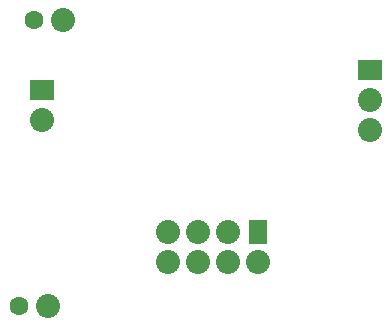
<source format=gbr>
%TF.GenerationSoftware,KiCad,Pcbnew,9.0.6-9.0.6~ubuntu24.04.1*%
%TF.CreationDate,2025-12-31T19:02:38+05:30*%
%TF.ProjectId,wled-esp01-controller,776c6564-2d65-4737-9030-312d636f6e74,rev?*%
%TF.SameCoordinates,PX5ee3fe0PY57f9f90*%
%TF.FileFunction,Copper,L1,Top*%
%TF.FilePolarity,Positive*%
%FSLAX46Y46*%
G04 Gerber Fmt 4.6, Leading zero omitted, Abs format (unit mm)*
G04 Created by KiCad (PCBNEW 9.0.6-9.0.6~ubuntu24.04.1) date 2025-12-31 19:02:38*
%MOMM*%
%LPD*%
G01*
G04 APERTURE LIST*
%TA.AperFunction,ComponentPad*%
%ADD10R,2.040000X1.700000*%
%TD*%
%TA.AperFunction,ComponentPad*%
%ADD11C,2.040000*%
%TD*%
%TA.AperFunction,ComponentPad*%
%ADD12C,1.600000*%
%TD*%
%TA.AperFunction,ComponentPad*%
%ADD13R,1.508000X2.040000*%
%TD*%
G04 APERTURE END LIST*
D10*
%TO.P,J2,1,Pin_1*%
%TO.N,+5V*%
X34500000Y24250000D03*
D11*
%TO.P,J2,2,Pin_2*%
%TO.N,WledData*%
X34500000Y21710000D03*
%TO.P,J2,3,Pin_3*%
%TO.N,GND*%
X34500000Y19170000D03*
%TD*%
%TO.P,C1,1*%
%TO.N,+5V*%
X8500000Y28500000D03*
D12*
%TO.P,C1,2*%
%TO.N,GND*%
X6000000Y28500000D03*
%TD*%
D13*
%TO.P,U2,1,GND*%
%TO.N,GND*%
X25005000Y10540000D03*
D11*
%TO.P,U2,2,GPIO2*%
%TO.N,WledData*%
X22465000Y10540000D03*
%TO.P,U2,3,GPIO0*%
%TO.N,unconnected-(U2-GPIO0-Pad3)*%
X19925000Y10540000D03*
%TO.P,U2,4,RXD*%
%TO.N,unconnected-(U2-RXD-Pad4)*%
X17385000Y10540000D03*
%TO.P,U2,5,VCC*%
%TO.N,/3.3V*%
X17385000Y8000000D03*
%TO.P,U2,6,~{RST}*%
%TO.N,Net-(U2-~{RST})*%
X19925000Y8000000D03*
%TO.P,U2,7,CH_PD*%
%TO.N,Net-(U2-CH_PD)*%
X22465000Y8000000D03*
%TO.P,U2,8,TXD*%
%TO.N,unconnected-(U2-TXD-Pad8)*%
X25005000Y8000000D03*
%TD*%
D10*
%TO.P,J1,1,Pin_1*%
%TO.N,+5V*%
X6750000Y22540000D03*
D11*
%TO.P,J1,2,Pin_2*%
%TO.N,GND*%
X6750000Y20000000D03*
%TD*%
%TO.P,C2,1*%
%TO.N,/3.3V*%
X7250000Y4250000D03*
D12*
%TO.P,C2,2*%
%TO.N,GND*%
X4750000Y4250000D03*
%TD*%
M02*

</source>
